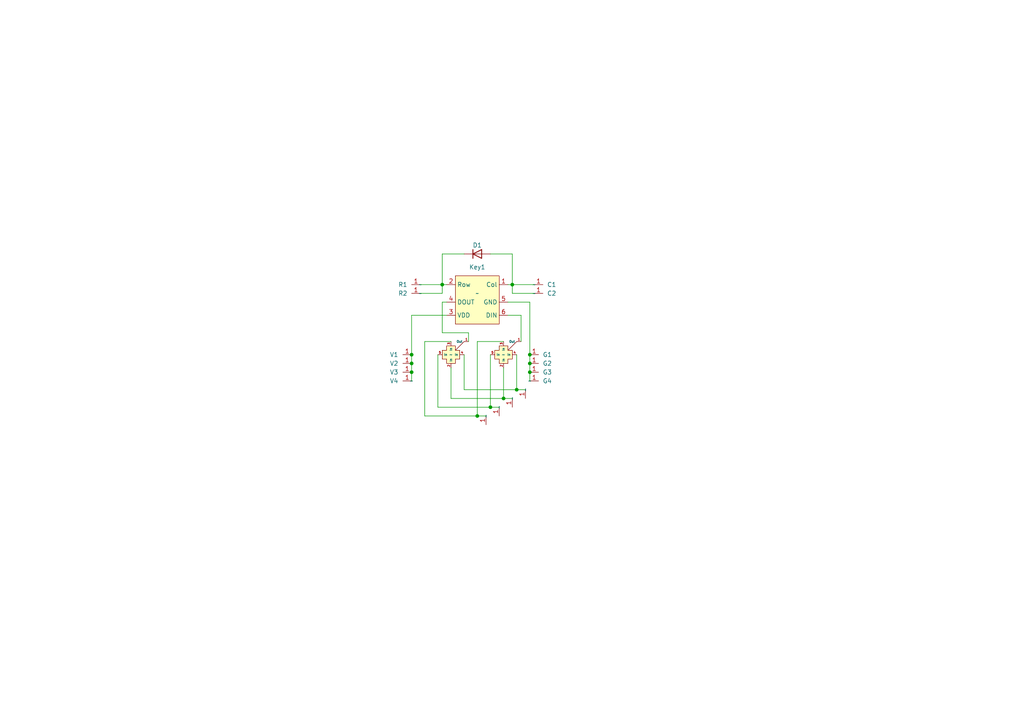
<source format=kicad_sch>
(kicad_sch (version 20230121) (generator eeschema)

  (uuid 3621d09c-f218-4302-9279-6fc1b4929da9)

  (paper "A4")

  (lib_symbols
    (symbol "Diode:1N4148WT" (pin_numbers hide) (pin_names hide) (in_bom yes) (on_board yes)
      (property "Reference" "D" (at 0 2.54 0)
        (effects (font (size 1.27 1.27)))
      )
      (property "Value" "1N4148WT" (at 0 -2.54 0)
        (effects (font (size 1.27 1.27)))
      )
      (property "Footprint" "Diode_SMD:D_SOD-523" (at 0 -4.445 0)
        (effects (font (size 1.27 1.27)) hide)
      )
      (property "Datasheet" "https://www.diodes.com/assets/Datasheets/ds30396.pdf" (at 0 0 0)
        (effects (font (size 1.27 1.27)) hide)
      )
      (property "Sim.Device" "D" (at 0 0 0)
        (effects (font (size 1.27 1.27)) hide)
      )
      (property "Sim.Pins" "1=K 2=A" (at 0 0 0)
        (effects (font (size 1.27 1.27)) hide)
      )
      (property "ki_keywords" "diode" (at 0 0 0)
        (effects (font (size 1.27 1.27)) hide)
      )
      (property "ki_description" "75V 0.15A Fast switching Diode, SOD-523" (at 0 0 0)
        (effects (font (size 1.27 1.27)) hide)
      )
      (property "ki_fp_filters" "D*SOD?523*" (at 0 0 0)
        (effects (font (size 1.27 1.27)) hide)
      )
      (symbol "1N4148WT_0_1"
        (polyline
          (pts
            (xy -1.27 1.27)
            (xy -1.27 -1.27)
          )
          (stroke (width 0.254) (type default))
          (fill (type none))
        )
        (polyline
          (pts
            (xy 1.27 0)
            (xy -1.27 0)
          )
          (stroke (width 0) (type default))
          (fill (type none))
        )
        (polyline
          (pts
            (xy 1.27 1.27)
            (xy 1.27 -1.27)
            (xy -1.27 0)
            (xy 1.27 1.27)
          )
          (stroke (width 0.254) (type default))
          (fill (type none))
        )
      )
      (symbol "1N4148WT_1_1"
        (pin passive line (at -3.81 0 0) (length 2.54)
          (name "K" (effects (font (size 1.27 1.27))))
          (number "1" (effects (font (size 1.27 1.27))))
        )
        (pin passive line (at 3.81 0 180) (length 2.54)
          (name "A" (effects (font (size 1.27 1.27))))
          (number "2" (effects (font (size 1.27 1.27))))
        )
      )
    )
    (symbol "Library:Key" (in_bom yes) (on_board yes)
      (property "Reference" "Key" (at 0 0 0)
        (effects (font (size 1.27 1.27)))
      )
      (property "Value" "" (at 0 0 0)
        (effects (font (size 1.27 1.27)))
      )
      (property "Footprint" "Library:Key" (at 0 6.35 0)
        (effects (font (size 1.27 1.27)) hide)
      )
      (property "Datasheet" "" (at 0 0 0)
        (effects (font (size 1.27 1.27)) hide)
      )
      (symbol "Key_1_1"
        (rectangle (start -6.35 5.08) (end 6.35 -8.89)
          (stroke (width 0) (type default))
          (fill (type background))
        )
        (pin input line (at 8.89 2.54 180) (length 2.54)
          (name "Col" (effects (font (size 1.27 1.27))))
          (number "1" (effects (font (size 1.27 1.27))))
        )
        (pin input line (at -8.89 2.54 0) (length 2.54)
          (name "Row" (effects (font (size 1.27 1.27))))
          (number "2" (effects (font (size 1.27 1.27))))
        )
        (pin input line (at -8.89 -6.35 0) (length 2.54)
          (name "VDD" (effects (font (size 1.27 1.27))))
          (number "3" (effects (font (size 1.27 1.27))))
        )
        (pin output line (at -8.89 -2.54 0) (length 2.54)
          (name "DOUT" (effects (font (size 1.27 1.27))))
          (number "4" (effects (font (size 1.27 1.27))))
        )
        (pin output line (at 8.89 -2.54 180) (length 2.54)
          (name "GND" (effects (font (size 1.27 1.27))))
          (number "5" (effects (font (size 1.27 1.27))))
        )
        (pin input line (at 8.89 -6.35 180) (length 2.54)
          (name "DIN" (effects (font (size 1.27 1.27))))
          (number "6" (effects (font (size 1.27 1.27))))
        )
      )
    )
    (symbol "Library:Pad" (in_bom yes) (on_board yes)
      (property "Reference" "P" (at 0 1.27 0)
        (effects (font (size 1.27 1.27)))
      )
      (property "Value" "" (at 0 0 0)
        (effects (font (size 1.27 1.27)))
      )
      (property "Footprint" "Library:Pad" (at 0 -1.27 0)
        (effects (font (size 1.27 1.27)) hide)
      )
      (property "Datasheet" "" (at 0 0 0)
        (effects (font (size 1.27 1.27)) hide)
      )
      (symbol "Pad_1_1"
        (pin input line (at 0 0 0) (length 2.54)
          (name "" (effects (font (size 1.27 1.27))))
          (number "1" (effects (font (size 1.27 1.27))))
        )
      )
    )
    (symbol "Library:Route_Pad" (in_bom yes) (on_board yes)
      (property "Reference" "RP" (at 3.81 3.81 0)
        (effects (font (size 1.27 1.27)))
      )
      (property "Value" "" (at 0 0 0)
        (effects (font (size 1.27 1.27)))
      )
      (property "Footprint" "Library:Route_Pad" (at 0 -8.89 0)
        (effects (font (size 1.27 1.27)) hide)
      )
      (property "Datasheet" "" (at 0 0 0)
        (effects (font (size 1.27 1.27)) hide)
      )
      (symbol "Route_Pad_0_1"
        (polyline
          (pts
            (xy -3.81 -3.81)
            (xy -1.27 -1.27)
          )
          (stroke (width 0) (type default))
          (fill (type none))
        )
      )
      (symbol "Route_Pad_1_1"
        (polyline
          (pts
            (xy -1.27 2.54)
            (xy 1.27 2.54)
            (xy 1.27 1.27)
            (xy 2.54 1.27)
            (xy 2.54 -1.27)
            (xy 1.27 -1.27)
            (xy 1.27 -2.54)
            (xy -1.27 -2.54)
            (xy -1.27 -1.27)
            (xy -2.54 -1.27)
            (xy -2.54 1.27)
            (xy -1.27 1.27)
            (xy -1.27 2.54)
          )
          (stroke (width 0) (type default))
          (fill (type background))
        )
        (pin input line (at -5.08 -3.81 0) (length 1.2)
          (name "Out" (effects (font (size 0.64 0.64))))
          (number "1" (effects (font (size 0.64 0.64))))
        )
        (pin input line (at 0 3.81 270) (length 1.2)
          (name "In" (effects (font (size 0.64 0.64))))
          (number "2" (effects (font (size 0.64 0.64))))
        )
        (pin input line (at 0 -3.81 90) (length 1.2)
          (name "In" (effects (font (size 0.64 0.64))))
          (number "3" (effects (font (size 0.64 0.64))))
        )
        (pin input line (at -3.81 0 0) (length 1.2)
          (name "In" (effects (font (size 0.64 0.64))))
          (number "4" (effects (font (size 0.64 0.64))))
        )
        (pin input line (at 3.81 0 180) (length 1.2)
          (name "In" (effects (font (size 0.64 0.64))))
          (number "5" (effects (font (size 0.64 0.64))))
        )
      )
    )
  )

  (junction (at 153.67 107.95) (diameter 0) (color 0 0 0 0)
    (uuid 2db45cf0-81fb-4792-a83b-7c9cc65bcc6d)
  )
  (junction (at 153.67 105.41) (diameter 0) (color 0 0 0 0)
    (uuid 30b88c3a-4980-4b8d-aefd-d6a3710498f1)
  )
  (junction (at 119.38 107.95) (diameter 0) (color 0 0 0 0)
    (uuid 3f0c1d1e-de0c-4431-83fe-0a0a2df742b1)
  )
  (junction (at 149.86 113.03) (diameter 0) (color 0 0 0 0)
    (uuid 3f1e2d95-3587-4cb4-a51a-49ef5e4d56ae)
  )
  (junction (at 153.67 102.87) (diameter 0) (color 0 0 0 0)
    (uuid 53b86fec-7745-4f06-9ee8-70dba6294d01)
  )
  (junction (at 148.59 82.55) (diameter 0) (color 0 0 0 0)
    (uuid 54cae0d6-943f-4f40-ac13-0f1f26d78658)
  )
  (junction (at 119.38 105.41) (diameter 0) (color 0 0 0 0)
    (uuid 687bdb8d-6fd7-4ecc-b326-bcc9ad8bbcb8)
  )
  (junction (at 138.43 120.65) (diameter 0) (color 0 0 0 0)
    (uuid 7696c9ab-419c-4278-891a-97842d8160a8)
  )
  (junction (at 142.24 118.11) (diameter 0) (color 0 0 0 0)
    (uuid 7daa69c0-c2df-4cae-b6e3-4c18af5f7a58)
  )
  (junction (at 146.05 115.57) (diameter 0) (color 0 0 0 0)
    (uuid 7eb62059-b7be-49bc-8e34-1e11f42c1883)
  )
  (junction (at 119.38 102.87) (diameter 0) (color 0 0 0 0)
    (uuid 931f7f97-7ce5-457d-93f1-27b417e92ad6)
  )
  (junction (at 128.27 82.55) (diameter 0) (color 0 0 0 0)
    (uuid b837eec9-4f8b-41ab-b4d7-3134080e3478)
  )

  (wire (pts (xy 128.27 73.66) (xy 128.27 82.55))
    (stroke (width 0) (type default))
    (uuid 09e163cb-07ab-439b-969c-302dd231ac72)
  )
  (wire (pts (xy 128.27 82.55) (xy 129.54 82.55))
    (stroke (width 0) (type default))
    (uuid 14445b61-9f29-4a02-8b44-4ebb004800a5)
  )
  (wire (pts (xy 153.67 107.95) (xy 153.67 110.49))
    (stroke (width 0) (type default))
    (uuid 1e9283a3-769b-456d-bc09-98f413256106)
  )
  (wire (pts (xy 142.24 73.66) (xy 148.59 73.66))
    (stroke (width 0) (type default))
    (uuid 22169902-8988-486c-99f5-84e62d095b6e)
  )
  (wire (pts (xy 119.38 102.87) (xy 119.38 105.41))
    (stroke (width 0) (type default))
    (uuid 225cfa2e-00ae-4beb-96f5-c438fb04258e)
  )
  (wire (pts (xy 127 118.11) (xy 142.24 118.11))
    (stroke (width 0) (type default))
    (uuid 32c0c0f8-d60f-4b80-a7b4-10ef28d3c2f9)
  )
  (wire (pts (xy 134.62 73.66) (xy 128.27 73.66))
    (stroke (width 0) (type default))
    (uuid 396a0740-31da-49ad-94e5-5f1f46376752)
  )
  (wire (pts (xy 128.27 96.52) (xy 135.89 96.52))
    (stroke (width 0) (type default))
    (uuid 3b986866-a623-4985-bff6-b8708c6adb12)
  )
  (wire (pts (xy 129.54 91.44) (xy 119.38 91.44))
    (stroke (width 0) (type default))
    (uuid 3d09f544-02de-45cd-b833-6fc890fe48f0)
  )
  (wire (pts (xy 119.38 107.95) (xy 119.38 110.49))
    (stroke (width 0) (type default))
    (uuid 3e3d88c1-326a-47bc-874b-0e56b2445265)
  )
  (wire (pts (xy 153.67 87.63) (xy 153.67 102.87))
    (stroke (width 0) (type default))
    (uuid 47171490-507e-4ba6-ae29-919f38f0ffa7)
  )
  (wire (pts (xy 148.59 73.66) (xy 148.59 82.55))
    (stroke (width 0) (type default))
    (uuid 4f721041-aff6-4a01-b15d-3539032c300b)
  )
  (wire (pts (xy 146.05 106.68) (xy 146.05 115.57))
    (stroke (width 0) (type default))
    (uuid 4fe820e6-579f-467c-a0f3-d91177a24cd6)
  )
  (wire (pts (xy 130.81 106.68) (xy 130.81 115.57))
    (stroke (width 0) (type default))
    (uuid 576e7c83-c169-4474-bd45-f7b5023c9fa3)
  )
  (wire (pts (xy 127 102.87) (xy 127 118.11))
    (stroke (width 0) (type default))
    (uuid 5820a4c9-5a6e-457b-9851-865d14c200f5)
  )
  (wire (pts (xy 146.05 115.57) (xy 148.59 115.57))
    (stroke (width 0) (type default))
    (uuid 618792ca-4828-4ba6-91e4-0edf7e3a8039)
  )
  (wire (pts (xy 152.4 113.03) (xy 149.86 113.03))
    (stroke (width 0) (type default))
    (uuid 65487266-c7bb-4862-be8d-00cfab7db132)
  )
  (wire (pts (xy 130.81 115.57) (xy 146.05 115.57))
    (stroke (width 0) (type default))
    (uuid 6a6f6359-7ada-4a52-8845-d7257735e1b4)
  )
  (wire (pts (xy 119.38 91.44) (xy 119.38 102.87))
    (stroke (width 0) (type default))
    (uuid 755ba3b6-e261-4fbd-a07c-91969b1effa2)
  )
  (wire (pts (xy 142.24 102.87) (xy 142.24 118.11))
    (stroke (width 0) (type default))
    (uuid 825d2143-9e59-4743-8486-02944a1a66d5)
  )
  (wire (pts (xy 128.27 85.09) (xy 128.27 82.55))
    (stroke (width 0) (type default))
    (uuid 8d328438-d3ce-48f3-9208-cd4026cf1739)
  )
  (wire (pts (xy 151.13 91.44) (xy 147.32 91.44))
    (stroke (width 0) (type default))
    (uuid 8e59d296-9fc9-4b91-9995-57a7ad6b364a)
  )
  (wire (pts (xy 128.27 87.63) (xy 128.27 96.52))
    (stroke (width 0) (type default))
    (uuid 91c0ad8b-1f6b-4492-ae02-e89d7a8c47c9)
  )
  (wire (pts (xy 123.19 120.65) (xy 138.43 120.65))
    (stroke (width 0) (type default))
    (uuid 97f192b5-bc96-4402-923d-caa5511e75be)
  )
  (wire (pts (xy 119.38 105.41) (xy 119.38 107.95))
    (stroke (width 0) (type default))
    (uuid a54a155f-9555-41eb-bd85-14bd500d51f7)
  )
  (wire (pts (xy 134.62 102.87) (xy 134.62 113.03))
    (stroke (width 0) (type default))
    (uuid a7f4f4a3-fab5-4c99-93f8-f525c3f79c0c)
  )
  (wire (pts (xy 142.24 118.11) (xy 144.78 118.11))
    (stroke (width 0) (type default))
    (uuid ab39a17f-2211-45d2-bab9-2e2fac664bb7)
  )
  (wire (pts (xy 138.43 99.06) (xy 138.43 120.65))
    (stroke (width 0) (type default))
    (uuid afc8f114-0380-49e3-b0f1-587478c261de)
  )
  (wire (pts (xy 148.59 82.55) (xy 147.32 82.55))
    (stroke (width 0) (type default))
    (uuid b20a51d7-615c-4b10-9686-53efc27108cc)
  )
  (wire (pts (xy 121.92 85.09) (xy 128.27 85.09))
    (stroke (width 0) (type default))
    (uuid b337e60d-4700-4abe-ac00-6a784bd66460)
  )
  (wire (pts (xy 151.13 91.44) (xy 151.13 99.06))
    (stroke (width 0) (type default))
    (uuid b50d0922-40c7-4981-a354-0f52d0c1bcc5)
  )
  (wire (pts (xy 130.81 99.06) (xy 123.19 99.06))
    (stroke (width 0) (type default))
    (uuid bb083f54-c055-4eb6-9640-b2b2a005fe3c)
  )
  (wire (pts (xy 149.86 102.87) (xy 149.86 113.03))
    (stroke (width 0) (type default))
    (uuid bda00ed2-f3c5-45a1-8a50-82916ef0d152)
  )
  (wire (pts (xy 138.43 120.65) (xy 140.97 120.65))
    (stroke (width 0) (type default))
    (uuid cc89069c-3425-451d-ba2b-a1e45a86c75e)
  )
  (wire (pts (xy 121.92 82.55) (xy 128.27 82.55))
    (stroke (width 0) (type default))
    (uuid cea3fbea-aa08-4075-a05e-e7671ec67cee)
  )
  (wire (pts (xy 153.67 87.63) (xy 147.32 87.63))
    (stroke (width 0) (type default))
    (uuid d1295198-ca68-45a0-8b7e-fcc1d652b578)
  )
  (wire (pts (xy 134.62 113.03) (xy 149.86 113.03))
    (stroke (width 0) (type default))
    (uuid d9e33377-96b4-4284-ad10-04a347068aac)
  )
  (wire (pts (xy 128.27 87.63) (xy 129.54 87.63))
    (stroke (width 0) (type default))
    (uuid db82d971-c33f-4b2e-9e1e-a594962d9804)
  )
  (wire (pts (xy 153.67 105.41) (xy 153.67 107.95))
    (stroke (width 0) (type default))
    (uuid e95882c5-e75b-4b69-a894-295524a3e6e5)
  )
  (wire (pts (xy 148.59 85.09) (xy 148.59 82.55))
    (stroke (width 0) (type default))
    (uuid ecfea03d-7126-436e-b4c8-91aabee470d7)
  )
  (wire (pts (xy 146.05 99.06) (xy 138.43 99.06))
    (stroke (width 0) (type default))
    (uuid ee6d3b34-14e2-4ff5-a1d9-aeaec0821abe)
  )
  (wire (pts (xy 148.59 82.55) (xy 154.94 82.55))
    (stroke (width 0) (type default))
    (uuid ef453978-2862-4d62-8ef2-1d4e83509ac0)
  )
  (wire (pts (xy 154.94 85.09) (xy 148.59 85.09))
    (stroke (width 0) (type default))
    (uuid f13075cd-3828-4293-b910-9765eaf1a13c)
  )
  (wire (pts (xy 123.19 99.06) (xy 123.19 120.65))
    (stroke (width 0) (type default))
    (uuid f175d605-2139-432b-9011-db44d4ad22d9)
  )
  (wire (pts (xy 135.89 96.52) (xy 135.89 99.06))
    (stroke (width 0) (type default))
    (uuid f1a922db-44c5-4fa9-be22-c0f04e42db6c)
  )
  (wire (pts (xy 153.67 102.87) (xy 153.67 105.41))
    (stroke (width 0) (type default))
    (uuid f8517f1e-7bab-4c1a-b409-ed91050ebf6a)
  )

  (symbol (lib_id "Library:Pad") (at 152.4 113.03 270) (unit 1)
    (in_bom yes) (on_board yes) (dnp no) (fields_autoplaced)
    (uuid 06fba1b2-5056-414d-8b87-abcef6137e21)
    (property "Reference" "P1" (at 152.4 116.84 0)
      (effects (font (size 1.27 1.27)) (justify left) hide)
    )
    (property "Value" "~" (at 152.4 113.03 0)
      (effects (font (size 1.27 1.27)))
    )
    (property "Footprint" "Library:Pad" (at 151.13 113.03 0)
      (effects (font (size 1.27 1.27)) hide)
    )
    (property "Datasheet" "" (at 152.4 113.03 0)
      (effects (font (size 1.27 1.27)) hide)
    )
    (pin "1" (uuid d1f6dd09-e077-45e3-ba71-f16c90d03d54))
    (instances
      (project "Key"
        (path "/3621d09c-f218-4302-9279-6fc1b4929da9"
          (reference "P1") (unit 1)
        )
      )
    )
  )

  (symbol (lib_id "Library:Pad") (at 119.38 105.41 180) (unit 1)
    (in_bom yes) (on_board yes) (dnp no)
    (uuid 09598462-8900-4b30-9da8-c9e49f2dc65a)
    (property "Reference" "V2" (at 114.3 105.41 0)
      (effects (font (size 1.27 1.27)))
    )
    (property "Value" "~" (at 119.38 105.41 0)
      (effects (font (size 1.27 1.27)))
    )
    (property "Footprint" "Library:Pad" (at 119.38 104.14 0)
      (effects (font (size 1.27 1.27)) hide)
    )
    (property "Datasheet" "" (at 119.38 105.41 0)
      (effects (font (size 1.27 1.27)) hide)
    )
    (pin "1" (uuid 82b4ceef-3acc-48ab-a3bd-bfda032a9011))
    (instances
      (project "Key"
        (path "/3621d09c-f218-4302-9279-6fc1b4929da9"
          (reference "V2") (unit 1)
        )
      )
    )
  )

  (symbol (lib_id "Library:Pad") (at 153.67 105.41 0) (unit 1)
    (in_bom yes) (on_board yes) (dnp no)
    (uuid 118783d4-ac81-4b67-8127-8a51473333b6)
    (property "Reference" "G2" (at 158.75 105.41 0)
      (effects (font (size 1.27 1.27)))
    )
    (property "Value" "~" (at 153.67 105.41 0)
      (effects (font (size 1.27 1.27)))
    )
    (property "Footprint" "Library:Pad" (at 153.67 106.68 0)
      (effects (font (size 1.27 1.27)) hide)
    )
    (property "Datasheet" "" (at 153.67 105.41 0)
      (effects (font (size 1.27 1.27)) hide)
    )
    (pin "1" (uuid e224e956-d211-403b-a0c6-f058bb74445c))
    (instances
      (project "Key"
        (path "/3621d09c-f218-4302-9279-6fc1b4929da9"
          (reference "G2") (unit 1)
        )
      )
    )
  )

  (symbol (lib_id "Library:Route_Pad") (at 130.81 102.87 180) (unit 1)
    (in_bom yes) (on_board yes) (dnp no)
    (uuid 134b3b21-c991-4c6f-86b5-5c842ea8b933)
    (property "Reference" "RP2" (at 127 106.68 0)
      (effects (font (size 1.27 1.27)) hide)
    )
    (property "Value" "~" (at 130.81 102.87 0)
      (effects (font (size 1.27 1.27)))
    )
    (property "Footprint" "Library:Route_Pad" (at 130.81 93.98 0)
      (effects (font (size 1.27 1.27)) hide)
    )
    (property "Datasheet" "" (at 130.81 102.87 0)
      (effects (font (size 1.27 1.27)) hide)
    )
    (pin "1" (uuid c7a80f6b-796e-468d-94c5-d2969c792f3b))
    (pin "3" (uuid 5c8cf449-7021-48b5-96ab-299ce26160ab))
    (pin "5" (uuid 285e4520-b330-4818-98b4-4158845ae9f4))
    (pin "2" (uuid 319efae8-8c48-4505-b976-b16792d6c2b2))
    (pin "4" (uuid 6f265e85-c3df-4a02-9426-19bbd858da94))
    (instances
      (project "Key"
        (path "/3621d09c-f218-4302-9279-6fc1b4929da9"
          (reference "RP2") (unit 1)
        )
      )
    )
  )

  (symbol (lib_id "Library:Key") (at 138.43 85.09 0) (unit 1)
    (in_bom yes) (on_board yes) (dnp no) (fields_autoplaced)
    (uuid 1cdbc43e-87b9-4e01-b081-b2ddf509a4c5)
    (property "Reference" "Key1" (at 138.43 77.47 0)
      (effects (font (size 1.27 1.27)))
    )
    (property "Value" "~" (at 138.43 85.09 0)
      (effects (font (size 1.27 1.27)))
    )
    (property "Footprint" "Library:Key" (at 138.43 78.74 0)
      (effects (font (size 1.27 1.27)) hide)
    )
    (property "Datasheet" "" (at 138.43 85.09 0)
      (effects (font (size 1.27 1.27)) hide)
    )
    (pin "4" (uuid bede80f2-147f-4aff-a284-3d4059ba83cc))
    (pin "5" (uuid 745833b2-32c8-4f77-841f-52a02693c332))
    (pin "6" (uuid 976b1ef4-c59f-483f-9a7d-a34e08415538))
    (pin "3" (uuid 23e7ae16-f239-4c1f-b919-183d78c3f949))
    (pin "1" (uuid f67e6d12-af3b-475e-813b-6a804b93dbfe))
    (pin "2" (uuid 75098e9e-d2f4-4403-a276-9f7ce0a6a53b))
    (instances
      (project "Key"
        (path "/3621d09c-f218-4302-9279-6fc1b4929da9"
          (reference "Key1") (unit 1)
        )
      )
    )
  )

  (symbol (lib_id "Library:Pad") (at 153.67 102.87 0) (unit 1)
    (in_bom yes) (on_board yes) (dnp no)
    (uuid 23a011b1-8baf-42f4-80bb-e2c47be5a03d)
    (property "Reference" "G1" (at 158.75 102.87 0)
      (effects (font (size 1.27 1.27)))
    )
    (property "Value" "~" (at 153.67 102.87 0)
      (effects (font (size 1.27 1.27)))
    )
    (property "Footprint" "Library:Pad" (at 153.67 104.14 0)
      (effects (font (size 1.27 1.27)) hide)
    )
    (property "Datasheet" "" (at 153.67 102.87 0)
      (effects (font (size 1.27 1.27)) hide)
    )
    (pin "1" (uuid dfde7805-cd31-4c34-9133-0f368332f3db))
    (instances
      (project "Key"
        (path "/3621d09c-f218-4302-9279-6fc1b4929da9"
          (reference "G1") (unit 1)
        )
      )
    )
  )

  (symbol (lib_id "Library:Pad") (at 148.59 115.57 270) (unit 1)
    (in_bom yes) (on_board yes) (dnp no) (fields_autoplaced)
    (uuid 3769eb7a-760b-4808-ac88-cdf0b658efd5)
    (property "Reference" "P2" (at 148.59 119.38 0)
      (effects (font (size 1.27 1.27)) (justify left) hide)
    )
    (property "Value" "~" (at 148.59 115.57 0)
      (effects (font (size 1.27 1.27)))
    )
    (property "Footprint" "Library:Pad" (at 147.32 115.57 0)
      (effects (font (size 1.27 1.27)) hide)
    )
    (property "Datasheet" "" (at 148.59 115.57 0)
      (effects (font (size 1.27 1.27)) hide)
    )
    (pin "1" (uuid e638b5c2-f894-43da-b757-9dcf2148f5d7))
    (instances
      (project "Key"
        (path "/3621d09c-f218-4302-9279-6fc1b4929da9"
          (reference "P2") (unit 1)
        )
      )
    )
  )

  (symbol (lib_id "Library:Pad") (at 153.67 107.95 0) (unit 1)
    (in_bom yes) (on_board yes) (dnp no)
    (uuid 37be5038-75ac-47d5-a913-e7fc9fd9a391)
    (property "Reference" "G3" (at 158.75 107.95 0)
      (effects (font (size 1.27 1.27)))
    )
    (property "Value" "~" (at 153.67 107.95 0)
      (effects (font (size 1.27 1.27)))
    )
    (property "Footprint" "Library:Pad" (at 153.67 109.22 0)
      (effects (font (size 1.27 1.27)) hide)
    )
    (property "Datasheet" "" (at 153.67 107.95 0)
      (effects (font (size 1.27 1.27)) hide)
    )
    (pin "1" (uuid 58d6d279-b169-40ef-a618-8b89cd5ca17c))
    (instances
      (project "Key"
        (path "/3621d09c-f218-4302-9279-6fc1b4929da9"
          (reference "G3") (unit 1)
        )
      )
    )
  )

  (symbol (lib_id "Library:Pad") (at 154.94 85.09 0) (unit 1)
    (in_bom yes) (on_board yes) (dnp no)
    (uuid 4db1fec2-101a-4533-b091-52cf2976a54c)
    (property "Reference" "C2" (at 160.02 85.09 0)
      (effects (font (size 1.27 1.27)))
    )
    (property "Value" "~" (at 154.94 85.09 0)
      (effects (font (size 1.27 1.27)))
    )
    (property "Footprint" "Library:Pad" (at 154.94 86.36 0)
      (effects (font (size 1.27 1.27)) hide)
    )
    (property "Datasheet" "" (at 154.94 85.09 0)
      (effects (font (size 1.27 1.27)) hide)
    )
    (pin "1" (uuid bc51426b-ede8-45ed-a983-ff7a93c94ef1))
    (instances
      (project "Key"
        (path "/3621d09c-f218-4302-9279-6fc1b4929da9"
          (reference "C2") (unit 1)
        )
      )
    )
  )

  (symbol (lib_id "Library:Pad") (at 144.78 118.11 270) (unit 1)
    (in_bom yes) (on_board yes) (dnp no) (fields_autoplaced)
    (uuid 4e4925cd-9d0e-4ead-9a62-c314016c63ff)
    (property "Reference" "P7" (at 144.78 121.92 0)
      (effects (font (size 1.27 1.27)) (justify left) hide)
    )
    (property "Value" "~" (at 144.78 118.11 0)
      (effects (font (size 1.27 1.27)))
    )
    (property "Footprint" "Library:Pad" (at 143.51 118.11 0)
      (effects (font (size 1.27 1.27)) hide)
    )
    (property "Datasheet" "" (at 144.78 118.11 0)
      (effects (font (size 1.27 1.27)) hide)
    )
    (pin "1" (uuid 5e69a27d-1141-49c0-9774-e9c5668a5aff))
    (instances
      (project "Key"
        (path "/3621d09c-f218-4302-9279-6fc1b4929da9"
          (reference "P7") (unit 1)
        )
      )
    )
  )

  (symbol (lib_id "Library:Pad") (at 140.97 120.65 270) (unit 1)
    (in_bom yes) (on_board yes) (dnp no) (fields_autoplaced)
    (uuid 5da9de35-0ec1-41a4-b5c8-fdb5d97c70bf)
    (property "Reference" "P6" (at 140.97 124.46 0)
      (effects (font (size 1.27 1.27)) (justify left) hide)
    )
    (property "Value" "~" (at 140.97 120.65 0)
      (effects (font (size 1.27 1.27)))
    )
    (property "Footprint" "Library:Pad" (at 139.7 120.65 0)
      (effects (font (size 1.27 1.27)) hide)
    )
    (property "Datasheet" "" (at 140.97 120.65 0)
      (effects (font (size 1.27 1.27)) hide)
    )
    (pin "1" (uuid c677b908-9e9f-45dd-b705-a11cadea1ec3))
    (instances
      (project "Key"
        (path "/3621d09c-f218-4302-9279-6fc1b4929da9"
          (reference "P6") (unit 1)
        )
      )
    )
  )

  (symbol (lib_id "Library:Pad") (at 119.38 110.49 180) (unit 1)
    (in_bom yes) (on_board yes) (dnp no)
    (uuid 6561027f-b731-4b96-81a3-dd4ad76080aa)
    (property "Reference" "V4" (at 114.3 110.49 0)
      (effects (font (size 1.27 1.27)))
    )
    (property "Value" "~" (at 119.38 110.49 0)
      (effects (font (size 1.27 1.27)))
    )
    (property "Footprint" "Library:Pad" (at 119.38 109.22 0)
      (effects (font (size 1.27 1.27)) hide)
    )
    (property "Datasheet" "" (at 119.38 110.49 0)
      (effects (font (size 1.27 1.27)) hide)
    )
    (pin "1" (uuid 6f358a16-f5ba-4083-b7fc-457e07b4a5e5))
    (instances
      (project "Key"
        (path "/3621d09c-f218-4302-9279-6fc1b4929da9"
          (reference "V4") (unit 1)
        )
      )
    )
  )

  (symbol (lib_id "Library:Pad") (at 121.92 82.55 180) (unit 1)
    (in_bom yes) (on_board yes) (dnp no)
    (uuid 68acd5f2-142b-447d-b8f9-23b8c2189d55)
    (property "Reference" "R1" (at 116.84 82.55 0)
      (effects (font (size 1.27 1.27)))
    )
    (property "Value" "~" (at 121.92 82.55 0)
      (effects (font (size 1.27 1.27)))
    )
    (property "Footprint" "Library:Pad" (at 121.92 81.28 0)
      (effects (font (size 1.27 1.27)) hide)
    )
    (property "Datasheet" "" (at 121.92 82.55 0)
      (effects (font (size 1.27 1.27)) hide)
    )
    (pin "1" (uuid a5e33603-4cb0-4b76-8a91-067d1abcc5d1))
    (instances
      (project "Key"
        (path "/3621d09c-f218-4302-9279-6fc1b4929da9"
          (reference "R1") (unit 1)
        )
      )
    )
  )

  (symbol (lib_id "Library:Pad") (at 154.94 82.55 0) (unit 1)
    (in_bom yes) (on_board yes) (dnp no)
    (uuid a0f02d8c-482a-4b59-9c9f-46a100df6e96)
    (property "Reference" "C1" (at 160.02 82.55 0)
      (effects (font (size 1.27 1.27)))
    )
    (property "Value" "~" (at 154.94 82.55 0)
      (effects (font (size 1.27 1.27)))
    )
    (property "Footprint" "Library:Pad" (at 154.94 83.82 0)
      (effects (font (size 1.27 1.27)) hide)
    )
    (property "Datasheet" "" (at 154.94 82.55 0)
      (effects (font (size 1.27 1.27)) hide)
    )
    (pin "1" (uuid 767e6547-3696-47a9-af79-1879b1f6a02c))
    (instances
      (project "Key"
        (path "/3621d09c-f218-4302-9279-6fc1b4929da9"
          (reference "C1") (unit 1)
        )
      )
    )
  )

  (symbol (lib_id "Library:Route_Pad") (at 146.05 102.87 180) (unit 1)
    (in_bom yes) (on_board yes) (dnp no)
    (uuid acd9a384-6f2c-489f-8c84-4e0ead33be31)
    (property "Reference" "RP1" (at 139.7 106.68 0)
      (effects (font (size 1.27 1.27)) (justify right) hide)
    )
    (property "Value" "~" (at 146.05 102.87 0)
      (effects (font (size 1.27 1.27)))
    )
    (property "Footprint" "Library:Route_Pad" (at 146.05 93.98 0)
      (effects (font (size 1.27 1.27)) hide)
    )
    (property "Datasheet" "" (at 146.05 102.87 0)
      (effects (font (size 1.27 1.27)) hide)
    )
    (pin "1" (uuid 6d3618d4-86e8-44de-a719-a100ce591298))
    (pin "3" (uuid b5e0decd-9627-4767-9f35-a7f3260cd4bf))
    (pin "5" (uuid 32722de5-e832-4256-a490-38268c000a38))
    (pin "2" (uuid 4c46d526-2bdb-44e3-ba76-693090a99191))
    (pin "4" (uuid f3e5b4b1-903d-4779-a94e-eb7a1b8f7536))
    (instances
      (project "Key"
        (path "/3621d09c-f218-4302-9279-6fc1b4929da9"
          (reference "RP1") (unit 1)
        )
      )
    )
  )

  (symbol (lib_id "Library:Pad") (at 119.38 107.95 180) (unit 1)
    (in_bom yes) (on_board yes) (dnp no)
    (uuid addf4e55-14fb-4e15-ae8a-527fcf3ce67b)
    (property "Reference" "V3" (at 114.3 107.95 0)
      (effects (font (size 1.27 1.27)))
    )
    (property "Value" "~" (at 119.38 107.95 0)
      (effects (font (size 1.27 1.27)))
    )
    (property "Footprint" "Library:Pad" (at 119.38 106.68 0)
      (effects (font (size 1.27 1.27)) hide)
    )
    (property "Datasheet" "" (at 119.38 107.95 0)
      (effects (font (size 1.27 1.27)) hide)
    )
    (pin "1" (uuid d210f5f9-a4ab-4654-9576-fdb7ee1880e1))
    (instances
      (project "Key"
        (path "/3621d09c-f218-4302-9279-6fc1b4929da9"
          (reference "V3") (unit 1)
        )
      )
    )
  )

  (symbol (lib_id "Library:Pad") (at 119.38 102.87 180) (unit 1)
    (in_bom yes) (on_board yes) (dnp no)
    (uuid b5692de3-3e19-4895-85ba-97b3d82289e3)
    (property "Reference" "V1" (at 114.3 102.87 0)
      (effects (font (size 1.27 1.27)))
    )
    (property "Value" "~" (at 119.38 102.87 0)
      (effects (font (size 1.27 1.27)))
    )
    (property "Footprint" "Library:Pad" (at 119.38 101.6 0)
      (effects (font (size 1.27 1.27)) hide)
    )
    (property "Datasheet" "" (at 119.38 102.87 0)
      (effects (font (size 1.27 1.27)) hide)
    )
    (pin "1" (uuid 35d2b4be-0657-4345-9f95-9326086806cc))
    (instances
      (project "Key"
        (path "/3621d09c-f218-4302-9279-6fc1b4929da9"
          (reference "V1") (unit 1)
        )
      )
    )
  )

  (symbol (lib_id "Library:Pad") (at 121.92 85.09 180) (unit 1)
    (in_bom yes) (on_board yes) (dnp no)
    (uuid b7683608-f748-4148-a190-424e1a0f0fe6)
    (property "Reference" "R2" (at 116.84 85.09 0)
      (effects (font (size 1.27 1.27)))
    )
    (property "Value" "~" (at 121.92 85.09 0)
      (effects (font (size 1.27 1.27)))
    )
    (property "Footprint" "Library:Pad" (at 121.92 83.82 0)
      (effects (font (size 1.27 1.27)) hide)
    )
    (property "Datasheet" "" (at 121.92 85.09 0)
      (effects (font (size 1.27 1.27)) hide)
    )
    (pin "1" (uuid 593d111e-b102-4e39-b6f2-91a1638f7083))
    (instances
      (project "Key"
        (path "/3621d09c-f218-4302-9279-6fc1b4929da9"
          (reference "R2") (unit 1)
        )
      )
    )
  )

  (symbol (lib_id "Library:Pad") (at 153.67 110.49 0) (unit 1)
    (in_bom yes) (on_board yes) (dnp no)
    (uuid d17a6651-84c6-4dfe-b8ba-497137e4fe33)
    (property "Reference" "G4" (at 158.75 110.49 0)
      (effects (font (size 1.27 1.27)))
    )
    (property "Value" "~" (at 153.67 110.49 0)
      (effects (font (size 1.27 1.27)))
    )
    (property "Footprint" "Library:Pad" (at 153.67 111.76 0)
      (effects (font (size 1.27 1.27)) hide)
    )
    (property "Datasheet" "" (at 153.67 110.49 0)
      (effects (font (size 1.27 1.27)) hide)
    )
    (pin "1" (uuid 543c1d47-05d8-4089-857a-d3ed5484bd60))
    (instances
      (project "Key"
        (path "/3621d09c-f218-4302-9279-6fc1b4929da9"
          (reference "G4") (unit 1)
        )
      )
    )
  )

  (symbol (lib_id "Diode:1N4148WT") (at 138.43 73.66 0) (unit 1)
    (in_bom yes) (on_board yes) (dnp no)
    (uuid ee0c5513-9b97-4ca1-a379-8a4dd9fe808f)
    (property "Reference" "D1" (at 138.43 71.12 0)
      (effects (font (size 1.27 1.27)))
    )
    (property "Value" "1N4148WT" (at 138.43 69.85 0)
      (effects (font (size 1.27 1.27)) hide)
    )
    (property "Footprint" "Diode_SMD:D_SOD-523" (at 138.43 78.105 0)
      (effects (font (size 1.27 1.27)) hide)
    )
    (property "Datasheet" "https://www.diodes.com/assets/Datasheets/ds30396.pdf" (at 138.43 73.66 0)
      (effects (font (size 1.27 1.27)) hide)
    )
    (property "Sim.Device" "D" (at 138.43 73.66 0)
      (effects (font (size 1.27 1.27)) hide)
    )
    (property "Sim.Pins" "1=K 2=A" (at 138.43 73.66 0)
      (effects (font (size 1.27 1.27)) hide)
    )
    (pin "1" (uuid 029baa04-5e8a-488a-b324-b88f9b991059))
    (pin "2" (uuid be7a1c09-b6c4-4a13-ac5c-3a2eb1377ffc))
    (instances
      (project "Key"
        (path "/3621d09c-f218-4302-9279-6fc1b4929da9"
          (reference "D1") (unit 1)
        )
      )
    )
  )

  (sheet_instances
    (path "/" (page "1"))
  )
)

</source>
